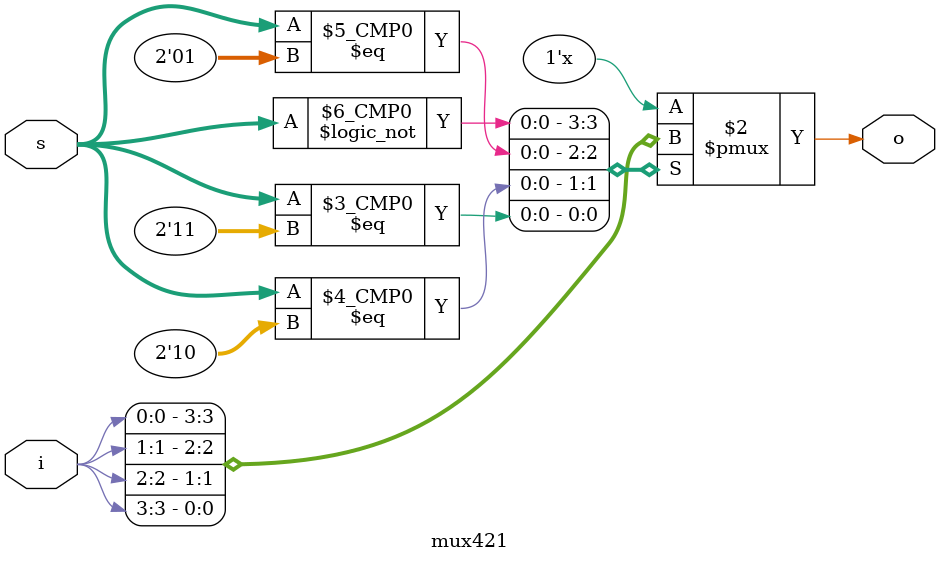
<source format=v>
`timescale 1ns / 1ps
module mux421(
    input [1:0] s,
    input [3:0] i,
    output o
    );
	 reg o;
always@(i or s)
begin
case(s)
2'b00:o=i[0];
2'b01:o=i[1];
2'b10:o=i[2];
2'b11:o=i[3];
endcase
end
endmodule

</source>
